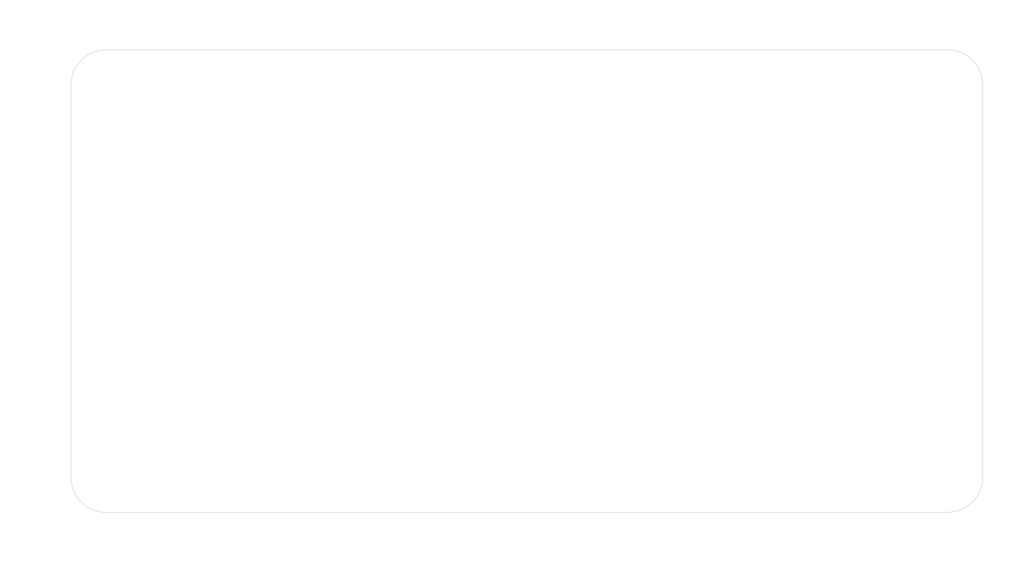
<source format=kicad_pcb>
(kicad_pcb (version 20171130) (host pcbnew "(5.1.9)-1")

  (general
    (thickness 1.6)
    (drawings 20)
    (tracks 0)
    (zones 0)
    (modules 10)
    (nets 1)
  )

  (page A4)
  (layers
    (0 F.Cu signal)
    (31 B.Cu signal)
    (32 B.Adhes user)
    (33 F.Adhes user)
    (34 B.Paste user)
    (35 F.Paste user)
    (36 B.SilkS user)
    (37 F.SilkS user)
    (38 B.Mask user)
    (39 F.Mask user)
    (40 Dwgs.User user)
    (41 Cmts.User user)
    (42 Eco1.User user)
    (43 Eco2.User user)
    (44 Edge.Cuts user)
    (45 Margin user)
    (46 B.CrtYd user)
    (47 F.CrtYd user)
    (48 B.Fab user)
    (49 F.Fab user)
  )

  (setup
    (last_trace_width 0.25)
    (trace_clearance 0.2)
    (zone_clearance 0.508)
    (zone_45_only no)
    (trace_min 0.2)
    (via_size 0.8)
    (via_drill 0.4)
    (via_min_size 0.4)
    (via_min_drill 0.3)
    (uvia_size 0.3)
    (uvia_drill 0.1)
    (uvias_allowed no)
    (uvia_min_size 0.2)
    (uvia_min_drill 0.1)
    (edge_width 0.05)
    (segment_width 0.2)
    (pcb_text_width 0.3)
    (pcb_text_size 1.5 1.5)
    (mod_edge_width 0.12)
    (mod_text_size 1 1)
    (mod_text_width 0.15)
    (pad_size 3.9878 3.9878)
    (pad_drill 3.9878)
    (pad_to_mask_clearance 0)
    (aux_axis_origin 0 0)
    (visible_elements 7FFFFFFF)
    (pcbplotparams
      (layerselection 0x010fc_ffffffff)
      (usegerberextensions false)
      (usegerberattributes true)
      (usegerberadvancedattributes true)
      (creategerberjobfile true)
      (excludeedgelayer true)
      (linewidth 0.100000)
      (plotframeref false)
      (viasonmask false)
      (mode 1)
      (useauxorigin false)
      (hpglpennumber 1)
      (hpglpenspeed 20)
      (hpglpendiameter 15.000000)
      (psnegative false)
      (psa4output false)
      (plotreference true)
      (plotvalue true)
      (plotinvisibletext false)
      (padsonsilk false)
      (subtractmaskfromsilk false)
      (outputformat 1)
      (mirror false)
      (drillshape 0)
      (scaleselection 1)
      (outputdirectory "Gerber/"))
  )

  (net 0 "")

  (net_class Default "This is the default net class."
    (clearance 0.2)
    (trace_width 0.25)
    (via_dia 0.8)
    (via_drill 0.4)
    (uvia_dia 0.3)
    (uvia_drill 0.1)
  )

  (module MountingHole:MountingHole_2.2mm_M2 (layer F.Cu) (tedit 56D1B4CB) (tstamp 6032EF7D)
    (at 41.275 78.105)
    (descr "Mounting Hole 2.2mm, no annular, M2")
    (tags "mounting hole 2.2mm no annular m2")
    (path /603E3E34)
    (attr virtual)
    (fp_text reference H10 (at 0 -3.2) (layer F.SilkS) hide
      (effects (font (size 1 1) (thickness 0.15)))
    )
    (fp_text value MountingHole_Pad (at 0 3.2) (layer F.Fab)
      (effects (font (size 1 1) (thickness 0.15)))
    )
    (fp_circle (center 0 0) (end 2.45 0) (layer F.CrtYd) (width 0.05))
    (fp_circle (center 0 0) (end 2.2 0) (layer Cmts.User) (width 0.15))
    (fp_text user %R (at 0.3 0) (layer F.Fab)
      (effects (font (size 1 1) (thickness 0.15)))
    )
    (pad 1 np_thru_hole circle (at 0 0) (size 2.2 2.2) (drill 2.2) (layers *.Cu *.Mask))
  )

  (module MountingHole:MountingHole_2.2mm_M2 (layer F.Cu) (tedit 56D1B4CB) (tstamp 6032EF73)
    (at 117.475 42.545)
    (descr "Mounting Hole 2.2mm, no annular, M2")
    (tags "mounting hole 2.2mm no annular m2")
    (path /603E3C21)
    (attr virtual)
    (fp_text reference H9 (at 0 -3.2) (layer F.SilkS) hide
      (effects (font (size 1 1) (thickness 0.15)))
    )
    (fp_text value MountingHole_Pad (at 0 3.2) (layer F.Fab)
      (effects (font (size 1 1) (thickness 0.15)))
    )
    (fp_circle (center 0 0) (end 2.45 0) (layer F.CrtYd) (width 0.05))
    (fp_circle (center 0 0) (end 2.2 0) (layer Cmts.User) (width 0.15))
    (fp_text user %R (at 0.3 0) (layer F.Fab)
      (effects (font (size 1 1) (thickness 0.15)))
    )
    (pad 1 np_thru_hole circle (at 0 0) (size 2.2 2.2) (drill 2.2) (layers *.Cu *.Mask))
  )

  (module MountingHole:MountingHole_2.2mm_M2 (layer F.Cu) (tedit 56D1B4CB) (tstamp 6032EF69)
    (at 60.325 78.105)
    (descr "Mounting Hole 2.2mm, no annular, M2")
    (tags "mounting hole 2.2mm no annular m2")
    (path /603E43D9)
    (attr virtual)
    (fp_text reference H8 (at 0 -3.2) (layer F.SilkS) hide
      (effects (font (size 1 1) (thickness 0.15)))
    )
    (fp_text value MountingHole_Pad (at 0 3.2) (layer F.Fab)
      (effects (font (size 1 1) (thickness 0.15)))
    )
    (fp_circle (center 0 0) (end 2.45 0) (layer F.CrtYd) (width 0.05))
    (fp_circle (center 0 0) (end 2.2 0) (layer Cmts.User) (width 0.15))
    (fp_text user %R (at 0.3 0) (layer F.Fab)
      (effects (font (size 1 1) (thickness 0.15)))
    )
    (pad 1 np_thru_hole circle (at 0 0) (size 2.2 2.2) (drill 2.2) (layers *.Cu *.Mask))
  )

  (module MountingHole:MountingHole_2.2mm_M2 (layer F.Cu) (tedit 56D1B4CB) (tstamp 6032EF5F)
    (at 79.375 78.105)
    (descr "Mounting Hole 2.2mm, no annular, M2")
    (tags "mounting hole 2.2mm no annular m2")
    (path /603E460A)
    (attr virtual)
    (fp_text reference H7 (at 0 -3.2) (layer F.SilkS) hide
      (effects (font (size 1 1) (thickness 0.15)))
    )
    (fp_text value MountingHole_Pad (at 0 3.2) (layer F.Fab)
      (effects (font (size 1 1) (thickness 0.15)))
    )
    (fp_circle (center 0 0) (end 2.45 0) (layer F.CrtYd) (width 0.05))
    (fp_circle (center 0 0) (end 2.2 0) (layer Cmts.User) (width 0.15))
    (fp_text user %R (at 0.3 0) (layer F.Fab)
      (effects (font (size 1 1) (thickness 0.15)))
    )
    (pad 1 np_thru_hole circle (at 0 0) (size 2.2 2.2) (drill 2.2) (layers *.Cu *.Mask))
  )

  (module MountingHole:MountingHole_2.2mm_M2 (layer F.Cu) (tedit 56D1B4CB) (tstamp 6032EF55)
    (at 98.425 78.105)
    (descr "Mounting Hole 2.2mm, no annular, M2")
    (tags "mounting hole 2.2mm no annular m2")
    (path /603E485C)
    (attr virtual)
    (fp_text reference H6 (at 0 -3.2) (layer F.SilkS) hide
      (effects (font (size 1 1) (thickness 0.15)))
    )
    (fp_text value MountingHole_Pad (at 0 3.2) (layer F.Fab)
      (effects (font (size 1 1) (thickness 0.15)))
    )
    (fp_circle (center 0 0) (end 2.45 0) (layer F.CrtYd) (width 0.05))
    (fp_circle (center 0 0) (end 2.2 0) (layer Cmts.User) (width 0.15))
    (fp_text user %R (at 0.3 0) (layer F.Fab)
      (effects (font (size 1 1) (thickness 0.15)))
    )
    (pad 1 np_thru_hole circle (at 0 0) (size 2.2 2.2) (drill 2.2) (layers *.Cu *.Mask))
  )

  (module MountingHole:MountingHole_2.2mm_M2 (layer F.Cu) (tedit 56D1B4CB) (tstamp 6032EF4B)
    (at 117.475 78.105)
    (descr "Mounting Hole 2.2mm, no annular, M2")
    (tags "mounting hole 2.2mm no annular m2")
    (path /603E4B1C)
    (attr virtual)
    (fp_text reference H5 (at 0 -3.2) (layer F.SilkS) hide
      (effects (font (size 1 1) (thickness 0.15)))
    )
    (fp_text value MountingHole_Pad (at 0 3.2) (layer F.Fab)
      (effects (font (size 1 1) (thickness 0.15)))
    )
    (fp_circle (center 0 0) (end 2.45 0) (layer F.CrtYd) (width 0.05))
    (fp_circle (center 0 0) (end 2.2 0) (layer Cmts.User) (width 0.15))
    (fp_text user %R (at 0.3 0) (layer F.Fab)
      (effects (font (size 1 1) (thickness 0.15)))
    )
    (pad 1 np_thru_hole circle (at 0 0) (size 2.2 2.2) (drill 2.2) (layers *.Cu *.Mask))
  )

  (module MountingHole:MountingHole_2.2mm_M2 (layer F.Cu) (tedit 56D1B4CB) (tstamp 6032EF41)
    (at 98.425 42.545)
    (descr "Mounting Hole 2.2mm, no annular, M2")
    (tags "mounting hole 2.2mm no annular m2")
    (path /603E3A55)
    (attr virtual)
    (fp_text reference H4 (at 0 -3.2) (layer F.SilkS) hide
      (effects (font (size 1 1) (thickness 0.15)))
    )
    (fp_text value MountingHole_Pad (at 0 3.2) (layer F.Fab)
      (effects (font (size 1 1) (thickness 0.15)))
    )
    (fp_circle (center 0 0) (end 2.45 0) (layer F.CrtYd) (width 0.05))
    (fp_circle (center 0 0) (end 2.2 0) (layer Cmts.User) (width 0.15))
    (fp_text user %R (at 0.3 0) (layer F.Fab)
      (effects (font (size 1 1) (thickness 0.15)))
    )
    (pad 1 np_thru_hole circle (at 0 0) (size 2.2 2.2) (drill 2.2) (layers *.Cu *.Mask))
  )

  (module MountingHole:MountingHole_2.2mm_M2 (layer F.Cu) (tedit 56D1B4CB) (tstamp 6032EF37)
    (at 79.375 42.545)
    (descr "Mounting Hole 2.2mm, no annular, M2")
    (tags "mounting hole 2.2mm no annular m2")
    (path /603E37FE)
    (attr virtual)
    (fp_text reference H3 (at 0 -3.2) (layer F.SilkS) hide
      (effects (font (size 1 1) (thickness 0.15)))
    )
    (fp_text value MountingHole_Pad (at 0 3.2) (layer F.Fab)
      (effects (font (size 1 1) (thickness 0.15)))
    )
    (fp_circle (center 0 0) (end 2.45 0) (layer F.CrtYd) (width 0.05))
    (fp_circle (center 0 0) (end 2.2 0) (layer Cmts.User) (width 0.15))
    (fp_text user %R (at 0.3 0) (layer F.Fab)
      (effects (font (size 1 1) (thickness 0.15)))
    )
    (pad 1 np_thru_hole circle (at 0 0) (size 2.2 2.2) (drill 2.2) (layers *.Cu *.Mask))
  )

  (module MountingHole:MountingHole_2.2mm_M2 (layer F.Cu) (tedit 56D1B4CB) (tstamp 6032EF2D)
    (at 60.325 42.545)
    (descr "Mounting Hole 2.2mm, no annular, M2")
    (tags "mounting hole 2.2mm no annular m2")
    (path /603E3667)
    (attr virtual)
    (fp_text reference H2 (at 0 -3.2) (layer F.SilkS) hide
      (effects (font (size 1 1) (thickness 0.15)))
    )
    (fp_text value MountingHole_Pad (at 0 3.2) (layer F.Fab)
      (effects (font (size 1 1) (thickness 0.15)))
    )
    (fp_circle (center 0 0) (end 2.45 0) (layer F.CrtYd) (width 0.05))
    (fp_circle (center 0 0) (end 2.2 0) (layer Cmts.User) (width 0.15))
    (fp_text user %R (at 0.3 0) (layer F.Fab)
      (effects (font (size 1 1) (thickness 0.15)))
    )
    (pad 1 np_thru_hole circle (at 0 0) (size 2.2 2.2) (drill 2.2) (layers *.Cu *.Mask))
  )

  (module MountingHole:MountingHole_2.2mm_M2 (layer F.Cu) (tedit 56D1B4CB) (tstamp 6032EF23)
    (at 41.275 42.545)
    (descr "Mounting Hole 2.2mm, no annular, M2")
    (tags "mounting hole 2.2mm no annular m2")
    (path /603E3293)
    (attr virtual)
    (fp_text reference H1 (at 0 -3.2) (layer F.SilkS) hide
      (effects (font (size 1 1) (thickness 0.15)))
    )
    (fp_text value MountingHole_Pad (at 0 3.2) (layer F.Fab)
      (effects (font (size 1 1) (thickness 0.15)))
    )
    (fp_circle (center 0 0) (end 2.45 0) (layer F.CrtYd) (width 0.05))
    (fp_circle (center 0 0) (end 2.2 0) (layer Cmts.User) (width 0.15))
    (fp_text user %R (at 0.3 0) (layer F.Fab)
      (effects (font (size 1 1) (thickness 0.15)))
    )
    (pad 1 np_thru_hole circle (at 0 0) (size 2.2 2.2) (drill 2.2) (layers *.Cu *.Mask))
  )

  (gr_line (start 38.1 59.69) (end 120.65 59.69) (layer Cmts.User) (width 0.15))
  (gr_line (start 79.375 39.37) (end 79.375 81.28) (layer Cmts.User) (width 0.15))
  (gr_line (start 120.65 78.105) (end 120.65 42.545) (layer Edge.Cuts) (width 0.05) (tstamp 60330A72))
  (gr_line (start 41.275 81.28) (end 117.475 81.28) (layer Edge.Cuts) (width 0.05) (tstamp 60330A71))
  (gr_line (start 38.1 78.105) (end 38.1 42.545) (layer Edge.Cuts) (width 0.05) (tstamp 60330A70))
  (gr_arc (start 41.275 78.105) (end 38.1 78.105) (angle -90) (layer Edge.Cuts) (width 0.05))
  (gr_arc (start 117.475 78.105) (end 117.475 81.28) (angle -90) (layer Edge.Cuts) (width 0.05))
  (gr_line (start 117.475 39.37) (end 41.275 39.37) (layer Edge.Cuts) (width 0.05) (tstamp 60330A55))
  (gr_arc (start 117.475 42.545) (end 120.65 42.545) (angle -90) (layer Edge.Cuts) (width 0.05))
  (gr_arc (start 41.275 42.545) (end 41.275 39.37) (angle -90) (layer Edge.Cuts) (width 0.05))
  (gr_line (start 34.925 60.325) (end 123.825 60.325) (layer Cmts.User) (width 0.15))
  (gr_line (start 41.275 60.325) (end 31.75 60.325) (layer Cmts.User) (width 0.15))
  (gr_line (start 41.275 85.725) (end 117.475 85.725) (layer Dwgs.User) (width 0.15) (tstamp 603302F2))
  (gr_line (start 34.925 41.275) (end 34.925 79.375) (layer Dwgs.User) (width 0.15) (tstamp 603302F1))
  (gr_line (start 117.475 34.925) (end 41.275 34.925) (layer Dwgs.User) (width 0.15) (tstamp 603302F0))
  (gr_line (start 123.825 79.375) (end 123.825 41.275) (layer Dwgs.User) (width 0.15) (tstamp 603302EF))
  (gr_arc (start 117.475 79.375) (end 117.475 85.725) (angle -90) (layer Dwgs.User) (width 0.15))
  (gr_arc (start 41.275 79.375) (end 34.925 79.375) (angle -90) (layer Dwgs.User) (width 0.15))
  (gr_arc (start 41.275 41.275) (end 41.275 34.925) (angle -90) (layer Dwgs.User) (width 0.15))
  (gr_arc (start 117.475 41.275) (end 123.825 41.275) (angle -90) (layer Dwgs.User) (width 0.15))

)

</source>
